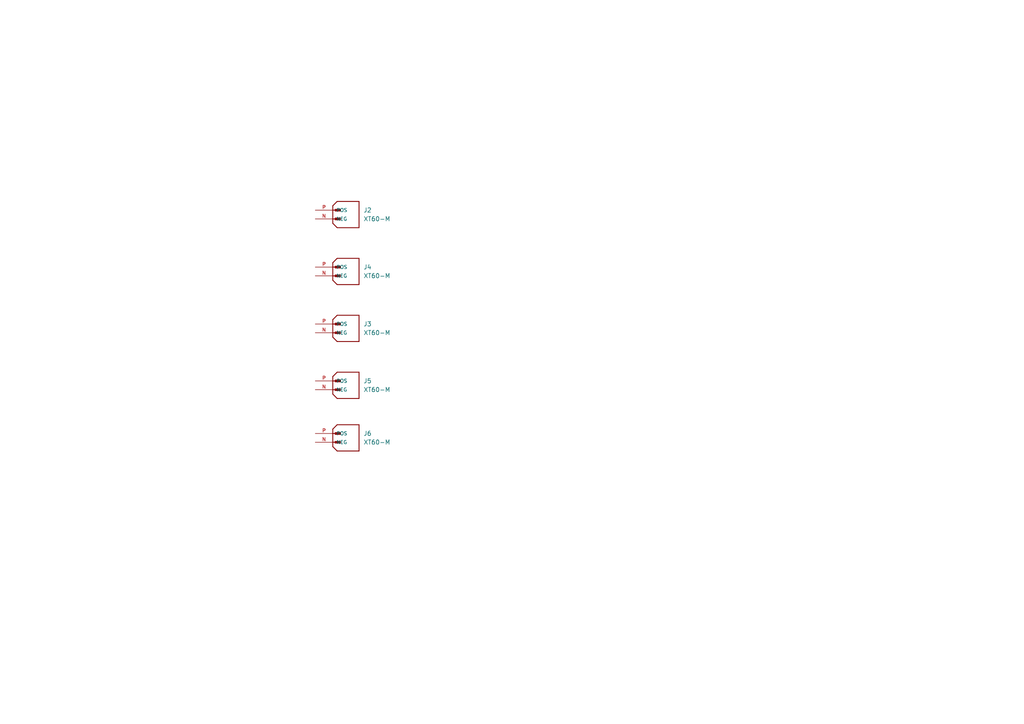
<source format=kicad_sch>
(kicad_sch
	(version 20231120)
	(generator "eeschema")
	(generator_version "8.0")
	(uuid "3c1098a5-bd35-4d37-97c0-433916ab6e00")
	(paper "A4")
	(lib_symbols
		(symbol "XT60-M:XT60-M"
			(pin_names
				(offset 1.016)
			)
			(exclude_from_sim no)
			(in_bom yes)
			(on_board yes)
			(property "Reference" "J"
				(at 0 6.35 0)
				(effects
					(font
						(size 1.27 1.27)
					)
					(justify left bottom)
				)
			)
			(property "Value" "XT60-M"
				(at 0 -5.08 0)
				(effects
					(font
						(size 1.27 1.27)
					)
					(justify left bottom)
				)
			)
			(property "Footprint" "XT60-M:AMASS_XT60-M"
				(at 0 0 0)
				(effects
					(font
						(size 1.27 1.27)
					)
					(justify bottom)
					(hide yes)
				)
			)
			(property "Datasheet" ""
				(at 0 0 0)
				(effects
					(font
						(size 1.27 1.27)
					)
					(hide yes)
				)
			)
			(property "Description" ""
				(at 0 0 0)
				(effects
					(font
						(size 1.27 1.27)
					)
					(hide yes)
				)
			)
			(property "MF" "AMASS"
				(at 0 0 0)
				(effects
					(font
						(size 1.27 1.27)
					)
					(justify bottom)
					(hide yes)
				)
			)
			(property "MAXIMUM_PACKAGE_HEIGHT" "16.00 mm"
				(at 0 0 0)
				(effects
					(font
						(size 1.27 1.27)
					)
					(justify bottom)
					(hide yes)
				)
			)
			(property "Package" "Package"
				(at 0 0 0)
				(effects
					(font
						(size 1.27 1.27)
					)
					(justify bottom)
					(hide yes)
				)
			)
			(property "Price" "None"
				(at 0 0 0)
				(effects
					(font
						(size 1.27 1.27)
					)
					(justify bottom)
					(hide yes)
				)
			)
			(property "Check_prices" "https://www.snapeda.com/parts/XT60-M/AMASS/view-part/?ref=eda"
				(at 0 0 0)
				(effects
					(font
						(size 1.27 1.27)
					)
					(justify bottom)
					(hide yes)
				)
			)
			(property "STANDARD" "IPC 7351B"
				(at 0 0 0)
				(effects
					(font
						(size 1.27 1.27)
					)
					(justify bottom)
					(hide yes)
				)
			)
			(property "PARTREV" "V1.2"
				(at 0 0 0)
				(effects
					(font
						(size 1.27 1.27)
					)
					(justify bottom)
					(hide yes)
				)
			)
			(property "SnapEDA_Link" "https://www.snapeda.com/parts/XT60-M/AMASS/view-part/?ref=snap"
				(at 0 0 0)
				(effects
					(font
						(size 1.27 1.27)
					)
					(justify bottom)
					(hide yes)
				)
			)
			(property "MP" "XT60-M"
				(at 0 0 0)
				(effects
					(font
						(size 1.27 1.27)
					)
					(justify bottom)
					(hide yes)
				)
			)
			(property "Description_1" "\nPlug; DC supply; XT60; male; PIN: 2; for cable; soldered; 30A; 500V\n"
				(at 0 0 0)
				(effects
					(font
						(size 1.27 1.27)
					)
					(justify bottom)
					(hide yes)
				)
			)
			(property "Availability" "Not in stock"
				(at 0 0 0)
				(effects
					(font
						(size 1.27 1.27)
					)
					(justify bottom)
					(hide yes)
				)
			)
			(property "MANUFACTURER" "AMASS"
				(at 0 0 0)
				(effects
					(font
						(size 1.27 1.27)
					)
					(justify bottom)
					(hide yes)
				)
			)
			(symbol "XT60-M_0_0"
				(polyline
					(pts
						(xy 0 -1.27) (xy 1.27 -2.54)
					)
					(stroke
						(width 0.254)
						(type default)
					)
					(fill
						(type none)
					)
				)
				(polyline
					(pts
						(xy 0 0) (xy 1.905 0)
					)
					(stroke
						(width 0.254)
						(type default)
					)
					(fill
						(type none)
					)
				)
				(polyline
					(pts
						(xy 0 2.54) (xy 0 -1.27)
					)
					(stroke
						(width 0.254)
						(type default)
					)
					(fill
						(type none)
					)
				)
				(polyline
					(pts
						(xy 0 2.54) (xy 1.905 2.54)
					)
					(stroke
						(width 0.254)
						(type default)
					)
					(fill
						(type none)
					)
				)
				(polyline
					(pts
						(xy 0 3.81) (xy 0 2.54)
					)
					(stroke
						(width 0.254)
						(type default)
					)
					(fill
						(type none)
					)
				)
				(polyline
					(pts
						(xy 0 3.81) (xy 1.27 5.08)
					)
					(stroke
						(width 0.254)
						(type default)
					)
					(fill
						(type none)
					)
				)
				(polyline
					(pts
						(xy 1.27 -2.54) (xy 7.62 -2.54)
					)
					(stroke
						(width 0.254)
						(type default)
					)
					(fill
						(type none)
					)
				)
				(polyline
					(pts
						(xy 7.62 -2.54) (xy 7.62 5.08)
					)
					(stroke
						(width 0.254)
						(type default)
					)
					(fill
						(type none)
					)
				)
				(polyline
					(pts
						(xy 7.62 5.08) (xy 1.27 5.08)
					)
					(stroke
						(width 0.254)
						(type default)
					)
					(fill
						(type none)
					)
				)
				(rectangle
					(start 0.635 -0.3175)
					(end 2.2225 0.3175)
					(stroke
						(width 0.1)
						(type default)
					)
					(fill
						(type outline)
					)
				)
				(rectangle
					(start 0.635 2.2225)
					(end 2.2225 2.8575)
					(stroke
						(width 0.1)
						(type default)
					)
					(fill
						(type outline)
					)
				)
				(pin passive line
					(at -5.08 0 0)
					(length 5.08)
					(name "NEG"
						(effects
							(font
								(size 1.016 1.016)
							)
						)
					)
					(number "N"
						(effects
							(font
								(size 1.016 1.016)
							)
						)
					)
				)
				(pin passive line
					(at -5.08 2.54 0)
					(length 5.08)
					(name "POS"
						(effects
							(font
								(size 1.016 1.016)
							)
						)
					)
					(number "P"
						(effects
							(font
								(size 1.016 1.016)
							)
						)
					)
				)
			)
		)
	)
	(symbol
		(lib_id "XT60-M:XT60-M")
		(at 96.52 63.5 0)
		(unit 1)
		(exclude_from_sim no)
		(in_bom yes)
		(on_board yes)
		(dnp no)
		(fields_autoplaced yes)
		(uuid "28e217d5-418d-4de1-95d8-175e4220ceb5")
		(property "Reference" "J2"
			(at 105.41 60.9599 0)
			(effects
				(font
					(size 1.27 1.27)
				)
				(justify left)
			)
		)
		(property "Value" "XT60-M"
			(at 105.41 63.4999 0)
			(effects
				(font
					(size 1.27 1.27)
				)
				(justify left)
			)
		)
		(property "Footprint" "XT60-M:AMASS_XT60-M"
			(at 96.52 63.5 0)
			(effects
				(font
					(size 1.27 1.27)
				)
				(justify bottom)
				(hide yes)
			)
		)
		(property "Datasheet" ""
			(at 96.52 63.5 0)
			(effects
				(font
					(size 1.27 1.27)
				)
				(hide yes)
			)
		)
		(property "Description" ""
			(at 96.52 63.5 0)
			(effects
				(font
					(size 1.27 1.27)
				)
				(hide yes)
			)
		)
		(property "MF" "AMASS"
			(at 96.52 63.5 0)
			(effects
				(font
					(size 1.27 1.27)
				)
				(justify bottom)
				(hide yes)
			)
		)
		(property "MAXIMUM_PACKAGE_HEIGHT" "16.00 mm"
			(at 96.52 63.5 0)
			(effects
				(font
					(size 1.27 1.27)
				)
				(justify bottom)
				(hide yes)
			)
		)
		(property "Package" "Package"
			(at 96.52 63.5 0)
			(effects
				(font
					(size 1.27 1.27)
				)
				(justify bottom)
				(hide yes)
			)
		)
		(property "Price" "None"
			(at 96.52 63.5 0)
			(effects
				(font
					(size 1.27 1.27)
				)
				(justify bottom)
				(hide yes)
			)
		)
		(property "Check_prices" "https://www.snapeda.com/parts/XT60-M/AMASS/view-part/?ref=eda"
			(at 96.52 63.5 0)
			(effects
				(font
					(size 1.27 1.27)
				)
				(justify bottom)
				(hide yes)
			)
		)
		(property "STANDARD" "IPC 7351B"
			(at 96.52 63.5 0)
			(effects
				(font
					(size 1.27 1.27)
				)
				(justify bottom)
				(hide yes)
			)
		)
		(property "PARTREV" "V1.2"
			(at 96.52 63.5 0)
			(effects
				(font
					(size 1.27 1.27)
				)
				(justify bottom)
				(hide yes)
			)
		)
		(property "SnapEDA_Link" "https://www.snapeda.com/parts/XT60-M/AMASS/view-part/?ref=snap"
			(at 96.52 63.5 0)
			(effects
				(font
					(size 1.27 1.27)
				)
				(justify bottom)
				(hide yes)
			)
		)
		(property "MP" "XT60-M"
			(at 96.52 63.5 0)
			(effects
				(font
					(size 1.27 1.27)
				)
				(justify bottom)
				(hide yes)
			)
		)
		(property "Description_1" "\nPlug; DC supply; XT60; male; PIN: 2; for cable; soldered; 30A; 500V\n"
			(at 96.52 63.5 0)
			(effects
				(font
					(size 1.27 1.27)
				)
				(justify bottom)
				(hide yes)
			)
		)
		(property "Availability" "Not in stock"
			(at 96.52 63.5 0)
			(effects
				(font
					(size 1.27 1.27)
				)
				(justify bottom)
				(hide yes)
			)
		)
		(property "MANUFACTURER" "AMASS"
			(at 96.52 63.5 0)
			(effects
				(font
					(size 1.27 1.27)
				)
				(justify bottom)
				(hide yes)
			)
		)
		(pin "N"
			(uuid "ca3d0792-4ab2-438c-bd29-7691d75fc96c")
		)
		(pin "P"
			(uuid "af832078-298f-4290-b70a-94660429ed78")
		)
		(instances
			(project "power-board"
				(path "/527fe567-2cf0-4bfe-88e5-3ff24d93fe94/3a414999-228d-45d3-afa4-e89c38cd30ee"
					(reference "J2")
					(unit 1)
				)
			)
		)
	)
	(symbol
		(lib_id "XT60-M:XT60-M")
		(at 96.52 96.52 0)
		(unit 1)
		(exclude_from_sim no)
		(in_bom yes)
		(on_board yes)
		(dnp no)
		(fields_autoplaced yes)
		(uuid "5d99891b-e768-46db-854d-94a271c006bf")
		(property "Reference" "J3"
			(at 105.41 93.9799 0)
			(effects
				(font
					(size 1.27 1.27)
				)
				(justify left)
			)
		)
		(property "Value" "XT60-M"
			(at 105.41 96.5199 0)
			(effects
				(font
					(size 1.27 1.27)
				)
				(justify left)
			)
		)
		(property "Footprint" "XT60-M:AMASS_XT60-M"
			(at 96.52 96.52 0)
			(effects
				(font
					(size 1.27 1.27)
				)
				(justify bottom)
				(hide yes)
			)
		)
		(property "Datasheet" ""
			(at 96.52 96.52 0)
			(effects
				(font
					(size 1.27 1.27)
				)
				(hide yes)
			)
		)
		(property "Description" ""
			(at 96.52 96.52 0)
			(effects
				(font
					(size 1.27 1.27)
				)
				(hide yes)
			)
		)
		(property "MF" "AMASS"
			(at 96.52 96.52 0)
			(effects
				(font
					(size 1.27 1.27)
				)
				(justify bottom)
				(hide yes)
			)
		)
		(property "MAXIMUM_PACKAGE_HEIGHT" "16.00 mm"
			(at 96.52 96.52 0)
			(effects
				(font
					(size 1.27 1.27)
				)
				(justify bottom)
				(hide yes)
			)
		)
		(property "Package" "Package"
			(at 96.52 96.52 0)
			(effects
				(font
					(size 1.27 1.27)
				)
				(justify bottom)
				(hide yes)
			)
		)
		(property "Price" "None"
			(at 96.52 96.52 0)
			(effects
				(font
					(size 1.27 1.27)
				)
				(justify bottom)
				(hide yes)
			)
		)
		(property "Check_prices" "https://www.snapeda.com/parts/XT60-M/AMASS/view-part/?ref=eda"
			(at 96.52 96.52 0)
			(effects
				(font
					(size 1.27 1.27)
				)
				(justify bottom)
				(hide yes)
			)
		)
		(property "STANDARD" "IPC 7351B"
			(at 96.52 96.52 0)
			(effects
				(font
					(size 1.27 1.27)
				)
				(justify bottom)
				(hide yes)
			)
		)
		(property "PARTREV" "V1.2"
			(at 96.52 96.52 0)
			(effects
				(font
					(size 1.27 1.27)
				)
				(justify bottom)
				(hide yes)
			)
		)
		(property "SnapEDA_Link" "https://www.snapeda.com/parts/XT60-M/AMASS/view-part/?ref=snap"
			(at 96.52 96.52 0)
			(effects
				(font
					(size 1.27 1.27)
				)
				(justify bottom)
				(hide yes)
			)
		)
		(property "MP" "XT60-M"
			(at 96.52 96.52 0)
			(effects
				(font
					(size 1.27 1.27)
				)
				(justify bottom)
				(hide yes)
			)
		)
		(property "Description_1" "\nPlug; DC supply; XT60; male; PIN: 2; for cable; soldered; 30A; 500V\n"
			(at 96.52 96.52 0)
			(effects
				(font
					(size 1.27 1.27)
				)
				(justify bottom)
				(hide yes)
			)
		)
		(property "Availability" "Not in stock"
			(at 96.52 96.52 0)
			(effects
				(font
					(size 1.27 1.27)
				)
				(justify bottom)
				(hide yes)
			)
		)
		(property "MANUFACTURER" "AMASS"
			(at 96.52 96.52 0)
			(effects
				(font
					(size 1.27 1.27)
				)
				(justify bottom)
				(hide yes)
			)
		)
		(pin "N"
			(uuid "caa1ba9f-da34-40bf-a069-a718d6132651")
		)
		(pin "P"
			(uuid "fe8afb1c-4b42-4418-96b8-54ed6dbed40d")
		)
		(instances
			(project "power-board"
				(path "/527fe567-2cf0-4bfe-88e5-3ff24d93fe94/3a414999-228d-45d3-afa4-e89c38cd30ee"
					(reference "J3")
					(unit 1)
				)
			)
		)
	)
	(symbol
		(lib_id "XT60-M:XT60-M")
		(at 96.52 128.27 0)
		(unit 1)
		(exclude_from_sim no)
		(in_bom yes)
		(on_board yes)
		(dnp no)
		(fields_autoplaced yes)
		(uuid "b3c5f586-1b7c-4e6a-9710-5a6b7a978435")
		(property "Reference" "J6"
			(at 105.41 125.7299 0)
			(effects
				(font
					(size 1.27 1.27)
				)
				(justify left)
			)
		)
		(property "Value" "XT60-M"
			(at 105.41 128.2699 0)
			(effects
				(font
					(size 1.27 1.27)
				)
				(justify left)
			)
		)
		(property "Footprint" "XT60-M:AMASS_XT60-M"
			(at 96.52 128.27 0)
			(effects
				(font
					(size 1.27 1.27)
				)
				(justify bottom)
				(hide yes)
			)
		)
		(property "Datasheet" ""
			(at 96.52 128.27 0)
			(effects
				(font
					(size 1.27 1.27)
				)
				(hide yes)
			)
		)
		(property "Description" ""
			(at 96.52 128.27 0)
			(effects
				(font
					(size 1.27 1.27)
				)
				(hide yes)
			)
		)
		(property "MF" "AMASS"
			(at 96.52 128.27 0)
			(effects
				(font
					(size 1.27 1.27)
				)
				(justify bottom)
				(hide yes)
			)
		)
		(property "MAXIMUM_PACKAGE_HEIGHT" "16.00 mm"
			(at 96.52 128.27 0)
			(effects
				(font
					(size 1.27 1.27)
				)
				(justify bottom)
				(hide yes)
			)
		)
		(property "Package" "Package"
			(at 96.52 128.27 0)
			(effects
				(font
					(size 1.27 1.27)
				)
				(justify bottom)
				(hide yes)
			)
		)
		(property "Price" "None"
			(at 96.52 128.27 0)
			(effects
				(font
					(size 1.27 1.27)
				)
				(justify bottom)
				(hide yes)
			)
		)
		(property "Check_prices" "https://www.snapeda.com/parts/XT60-M/AMASS/view-part/?ref=eda"
			(at 96.52 128.27 0)
			(effects
				(font
					(size 1.27 1.27)
				)
				(justify bottom)
				(hide yes)
			)
		)
		(property "STANDARD" "IPC 7351B"
			(at 96.52 128.27 0)
			(effects
				(font
					(size 1.27 1.27)
				)
				(justify bottom)
				(hide yes)
			)
		)
		(property "PARTREV" "V1.2"
			(at 96.52 128.27 0)
			(effects
				(font
					(size 1.27 1.27)
				)
				(justify bottom)
				(hide yes)
			)
		)
		(property "SnapEDA_Link" "https://www.snapeda.com/parts/XT60-M/AMASS/view-part/?ref=snap"
			(at 96.52 128.27 0)
			(effects
				(font
					(size 1.27 1.27)
				)
				(justify bottom)
				(hide yes)
			)
		)
		(property "MP" "XT60-M"
			(at 96.52 128.27 0)
			(effects
				(font
					(size 1.27 1.27)
				)
				(justify bottom)
				(hide yes)
			)
		)
		(property "Description_1" "\nPlug; DC supply; XT60; male; PIN: 2; for cable; soldered; 30A; 500V\n"
			(at 96.52 128.27 0)
			(effects
				(font
					(size 1.27 1.27)
				)
				(justify bottom)
				(hide yes)
			)
		)
		(property "Availability" "Not in stock"
			(at 96.52 128.27 0)
			(effects
				(font
					(size 1.27 1.27)
				)
				(justify bottom)
				(hide yes)
			)
		)
		(property "MANUFACTURER" "AMASS"
			(at 96.52 128.27 0)
			(effects
				(font
					(size 1.27 1.27)
				)
				(justify bottom)
				(hide yes)
			)
		)
		(pin "N"
			(uuid "705016ef-f891-4d7c-84e9-fd61703904f8")
		)
		(pin "P"
			(uuid "4266af58-dcd9-41d7-bac2-26dd0897e30b")
		)
		(instances
			(project "power-board"
				(path "/527fe567-2cf0-4bfe-88e5-3ff24d93fe94/3a414999-228d-45d3-afa4-e89c38cd30ee"
					(reference "J6")
					(unit 1)
				)
			)
		)
	)
	(symbol
		(lib_id "XT60-M:XT60-M")
		(at 96.52 80.01 0)
		(unit 1)
		(exclude_from_sim no)
		(in_bom yes)
		(on_board yes)
		(dnp no)
		(fields_autoplaced yes)
		(uuid "b9535ab5-71f3-45de-8675-d50d3b5dc338")
		(property "Reference" "J4"
			(at 105.41 77.4699 0)
			(effects
				(font
					(size 1.27 1.27)
				)
				(justify left)
			)
		)
		(property "Value" "XT60-M"
			(at 105.41 80.0099 0)
			(effects
				(font
					(size 1.27 1.27)
				)
				(justify left)
			)
		)
		(property "Footprint" "XT60-M:AMASS_XT60-M"
			(at 96.52 80.01 0)
			(effects
				(font
					(size 1.27 1.27)
				)
				(justify bottom)
				(hide yes)
			)
		)
		(property "Datasheet" ""
			(at 96.52 80.01 0)
			(effects
				(font
					(size 1.27 1.27)
				)
				(hide yes)
			)
		)
		(property "Description" ""
			(at 96.52 80.01 0)
			(effects
				(font
					(size 1.27 1.27)
				)
				(hide yes)
			)
		)
		(property "MF" "AMASS"
			(at 96.52 80.01 0)
			(effects
				(font
					(size 1.27 1.27)
				)
				(justify bottom)
				(hide yes)
			)
		)
		(property "MAXIMUM_PACKAGE_HEIGHT" "16.00 mm"
			(at 96.52 80.01 0)
			(effects
				(font
					(size 1.27 1.27)
				)
				(justify bottom)
				(hide yes)
			)
		)
		(property "Package" "Package"
			(at 96.52 80.01 0)
			(effects
				(font
					(size 1.27 1.27)
				)
				(justify bottom)
				(hide yes)
			)
		)
		(property "Price" "None"
			(at 96.52 80.01 0)
			(effects
				(font
					(size 1.27 1.27)
				)
				(justify bottom)
				(hide yes)
			)
		)
		(property "Check_prices" "https://www.snapeda.com/parts/XT60-M/AMASS/view-part/?ref=eda"
			(at 96.52 80.01 0)
			(effects
				(font
					(size 1.27 1.27)
				)
				(justify bottom)
				(hide yes)
			)
		)
		(property "STANDARD" "IPC 7351B"
			(at 96.52 80.01 0)
			(effects
				(font
					(size 1.27 1.27)
				)
				(justify bottom)
				(hide yes)
			)
		)
		(property "PARTREV" "V1.2"
			(at 96.52 80.01 0)
			(effects
				(font
					(size 1.27 1.27)
				)
				(justify bottom)
				(hide yes)
			)
		)
		(property "SnapEDA_Link" "https://www.snapeda.com/parts/XT60-M/AMASS/view-part/?ref=snap"
			(at 96.52 80.01 0)
			(effects
				(font
					(size 1.27 1.27)
				)
				(justify bottom)
				(hide yes)
			)
		)
		(property "MP" "XT60-M"
			(at 96.52 80.01 0)
			(effects
				(font
					(size 1.27 1.27)
				)
				(justify bottom)
				(hide yes)
			)
		)
		(property "Description_1" "\nPlug; DC supply; XT60; male; PIN: 2; for cable; soldered; 30A; 500V\n"
			(at 96.52 80.01 0)
			(effects
				(font
					(size 1.27 1.27)
				)
				(justify bottom)
				(hide yes)
			)
		)
		(property "Availability" "Not in stock"
			(at 96.52 80.01 0)
			(effects
				(font
					(size 1.27 1.27)
				)
				(justify bottom)
				(hide yes)
			)
		)
		(property "MANUFACTURER" "AMASS"
			(at 96.52 80.01 0)
			(effects
				(font
					(size 1.27 1.27)
				)
				(justify bottom)
				(hide yes)
			)
		)
		(pin "N"
			(uuid "6824e154-469a-4268-afa1-6126b1e92de9")
		)
		(pin "P"
			(uuid "6daaa560-99d6-4021-8f3c-3a17d7b0f614")
		)
		(instances
			(project "power-board"
				(path "/527fe567-2cf0-4bfe-88e5-3ff24d93fe94/3a414999-228d-45d3-afa4-e89c38cd30ee"
					(reference "J4")
					(unit 1)
				)
			)
		)
	)
	(symbol
		(lib_id "XT60-M:XT60-M")
		(at 96.52 113.03 0)
		(unit 1)
		(exclude_from_sim no)
		(in_bom yes)
		(on_board yes)
		(dnp no)
		(fields_autoplaced yes)
		(uuid "d2ed5f94-9f26-409b-9fde-10d30c71dcd8")
		(property "Reference" "J5"
			(at 105.41 110.4899 0)
			(effects
				(font
					(size 1.27 1.27)
				)
				(justify left)
			)
		)
		(property "Value" "XT60-M"
			(at 105.41 113.0299 0)
			(effects
				(font
					(size 1.27 1.27)
				)
				(justify left)
			)
		)
		(property "Footprint" "XT60-M:AMASS_XT60-M"
			(at 96.52 113.03 0)
			(effects
				(font
					(size 1.27 1.27)
				)
				(justify bottom)
				(hide yes)
			)
		)
		(property "Datasheet" ""
			(at 96.52 113.03 0)
			(effects
				(font
					(size 1.27 1.27)
				)
				(hide yes)
			)
		)
		(property "Description" ""
			(at 96.52 113.03 0)
			(effects
				(font
					(size 1.27 1.27)
				)
				(hide yes)
			)
		)
		(property "MF" "AMASS"
			(at 96.52 113.03 0)
			(effects
				(font
					(size 1.27 1.27)
				)
				(justify bottom)
				(hide yes)
			)
		)
		(property "MAXIMUM_PACKAGE_HEIGHT" "16.00 mm"
			(at 96.52 113.03 0)
			(effects
				(font
					(size 1.27 1.27)
				)
				(justify bottom)
				(hide yes)
			)
		)
		(property "Package" "Package"
			(at 96.52 113.03 0)
			(effects
				(font
					(size 1.27 1.27)
				)
				(justify bottom)
				(hide yes)
			)
		)
		(property "Price" "None"
			(at 96.52 113.03 0)
			(effects
				(font
					(size 1.27 1.27)
				)
				(justify bottom)
				(hide yes)
			)
		)
		(property "Check_prices" "https://www.snapeda.com/parts/XT60-M/AMASS/view-part/?ref=eda"
			(at 96.52 113.03 0)
			(effects
				(font
					(size 1.27 1.27)
				)
				(justify bottom)
				(hide yes)
			)
		)
		(property "STANDARD" "IPC 7351B"
			(at 96.52 113.03 0)
			(effects
				(font
					(size 1.27 1.27)
				)
				(justify bottom)
				(hide yes)
			)
		)
		(property "PARTREV" "V1.2"
			(at 96.52 113.03 0)
			(effects
				(font
					(size 1.27 1.27)
				)
				(justify bottom)
				(hide yes)
			)
		)
		(property "SnapEDA_Link" "https://www.snapeda.com/parts/XT60-M/AMASS/view-part/?ref=snap"
			(at 96.52 113.03 0)
			(effects
				(font
					(size 1.27 1.27)
				)
				(justify bottom)
				(hide yes)
			)
		)
		(property "MP" "XT60-M"
			(at 96.52 113.03 0)
			(effects
				(font
					(size 1.27 1.27)
				)
				(justify bottom)
				(hide yes)
			)
		)
		(property "Description_1" "\nPlug; DC supply; XT60; male; PIN: 2; for cable; soldered; 30A; 500V\n"
			(at 96.52 113.03 0)
			(effects
				(font
					(size 1.27 1.27)
				)
				(justify bottom)
				(hide yes)
			)
		)
		(property "Availability" "Not in stock"
			(at 96.52 113.03 0)
			(effects
				(font
					(size 1.27 1.27)
				)
				(justify bottom)
				(hide yes)
			)
		)
		(property "MANUFACTURER" "AMASS"
			(at 96.52 113.03 0)
			(effects
				(font
					(size 1.27 1.27)
				)
				(justify bottom)
				(hide yes)
			)
		)
		(pin "N"
			(uuid "21ef526b-170a-409e-87e2-dea44832e928")
		)
		(pin "P"
			(uuid "ce0d70e0-641e-481a-bd26-f18758fe1bea")
		)
		(instances
			(project "power-board"
				(path "/527fe567-2cf0-4bfe-88e5-3ff24d93fe94/3a414999-228d-45d3-afa4-e89c38cd30ee"
					(reference "J5")
					(unit 1)
				)
			)
		)
	)
)

</source>
